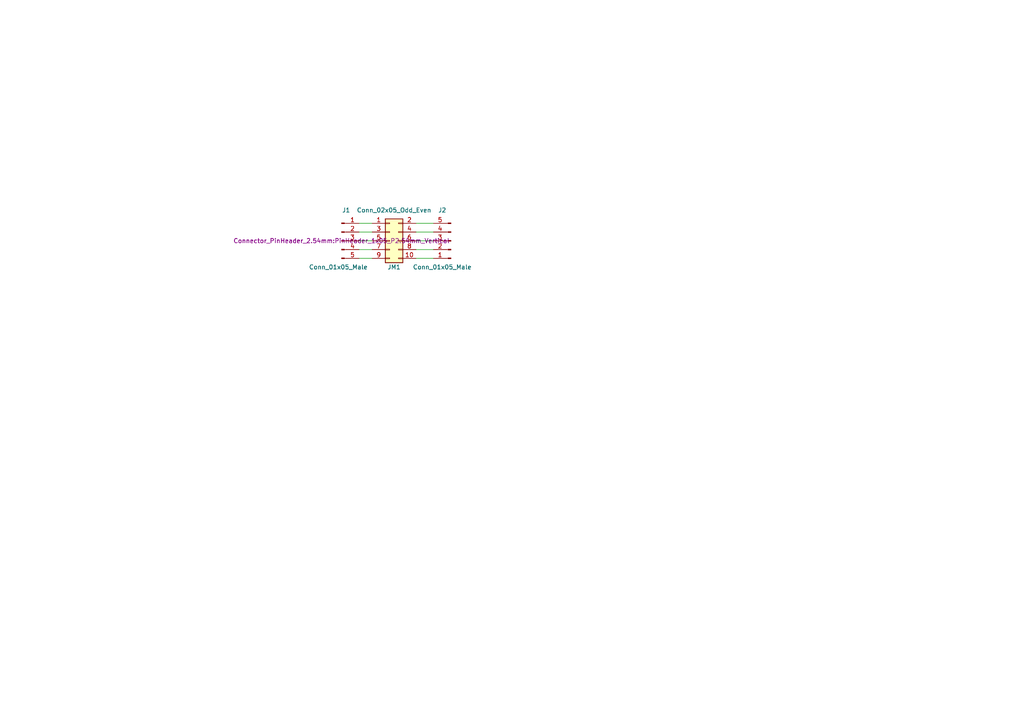
<source format=kicad_sch>
(kicad_sch (version 20211123) (generator eeschema)

  (uuid 33142ab6-091a-4b7e-b80a-47f3531dc28f)

  (paper "A4")

  (lib_symbols
    (symbol "Connector:Conn_01x05_Male" (pin_names (offset 1.016) hide) (in_bom yes) (on_board yes)
      (property "Reference" "J" (id 0) (at 0 7.62 0)
        (effects (font (size 1.27 1.27)))
      )
      (property "Value" "Conn_01x05_Male" (id 1) (at 0 -7.62 0)
        (effects (font (size 1.27 1.27)))
      )
      (property "Footprint" "" (id 2) (at 0 0 0)
        (effects (font (size 1.27 1.27)) hide)
      )
      (property "Datasheet" "~" (id 3) (at 0 0 0)
        (effects (font (size 1.27 1.27)) hide)
      )
      (property "ki_keywords" "connector" (id 4) (at 0 0 0)
        (effects (font (size 1.27 1.27)) hide)
      )
      (property "ki_description" "Generic connector, single row, 01x05, script generated (kicad-library-utils/schlib/autogen/connector/)" (id 5) (at 0 0 0)
        (effects (font (size 1.27 1.27)) hide)
      )
      (property "ki_fp_filters" "Connector*:*_1x??_*" (id 6) (at 0 0 0)
        (effects (font (size 1.27 1.27)) hide)
      )
      (symbol "Conn_01x05_Male_1_1"
        (polyline
          (pts
            (xy 1.27 -5.08)
            (xy 0.8636 -5.08)
          )
          (stroke (width 0.1524) (type default) (color 0 0 0 0))
          (fill (type none))
        )
        (polyline
          (pts
            (xy 1.27 -2.54)
            (xy 0.8636 -2.54)
          )
          (stroke (width 0.1524) (type default) (color 0 0 0 0))
          (fill (type none))
        )
        (polyline
          (pts
            (xy 1.27 0)
            (xy 0.8636 0)
          )
          (stroke (width 0.1524) (type default) (color 0 0 0 0))
          (fill (type none))
        )
        (polyline
          (pts
            (xy 1.27 2.54)
            (xy 0.8636 2.54)
          )
          (stroke (width 0.1524) (type default) (color 0 0 0 0))
          (fill (type none))
        )
        (polyline
          (pts
            (xy 1.27 5.08)
            (xy 0.8636 5.08)
          )
          (stroke (width 0.1524) (type default) (color 0 0 0 0))
          (fill (type none))
        )
        (rectangle (start 0.8636 -4.953) (end 0 -5.207)
          (stroke (width 0.1524) (type default) (color 0 0 0 0))
          (fill (type outline))
        )
        (rectangle (start 0.8636 -2.413) (end 0 -2.667)
          (stroke (width 0.1524) (type default) (color 0 0 0 0))
          (fill (type outline))
        )
        (rectangle (start 0.8636 0.127) (end 0 -0.127)
          (stroke (width 0.1524) (type default) (color 0 0 0 0))
          (fill (type outline))
        )
        (rectangle (start 0.8636 2.667) (end 0 2.413)
          (stroke (width 0.1524) (type default) (color 0 0 0 0))
          (fill (type outline))
        )
        (rectangle (start 0.8636 5.207) (end 0 4.953)
          (stroke (width 0.1524) (type default) (color 0 0 0 0))
          (fill (type outline))
        )
        (pin passive line (at 5.08 5.08 180) (length 3.81)
          (name "Pin_1" (effects (font (size 1.27 1.27))))
          (number "1" (effects (font (size 1.27 1.27))))
        )
        (pin passive line (at 5.08 2.54 180) (length 3.81)
          (name "Pin_2" (effects (font (size 1.27 1.27))))
          (number "2" (effects (font (size 1.27 1.27))))
        )
        (pin passive line (at 5.08 0 180) (length 3.81)
          (name "Pin_3" (effects (font (size 1.27 1.27))))
          (number "3" (effects (font (size 1.27 1.27))))
        )
        (pin passive line (at 5.08 -2.54 180) (length 3.81)
          (name "Pin_4" (effects (font (size 1.27 1.27))))
          (number "4" (effects (font (size 1.27 1.27))))
        )
        (pin passive line (at 5.08 -5.08 180) (length 3.81)
          (name "Pin_5" (effects (font (size 1.27 1.27))))
          (number "5" (effects (font (size 1.27 1.27))))
        )
      )
    )
    (symbol "Connector_Generic:Conn_02x05_Odd_Even" (pin_names (offset 1.016) hide) (in_bom yes) (on_board yes)
      (property "Reference" "J" (id 0) (at 1.27 7.62 0)
        (effects (font (size 1.27 1.27)))
      )
      (property "Value" "Conn_02x05_Odd_Even" (id 1) (at 1.27 -7.62 0)
        (effects (font (size 1.27 1.27)))
      )
      (property "Footprint" "" (id 2) (at 0 0 0)
        (effects (font (size 1.27 1.27)) hide)
      )
      (property "Datasheet" "~" (id 3) (at 0 0 0)
        (effects (font (size 1.27 1.27)) hide)
      )
      (property "ki_keywords" "connector" (id 4) (at 0 0 0)
        (effects (font (size 1.27 1.27)) hide)
      )
      (property "ki_description" "Generic connector, double row, 02x05, odd/even pin numbering scheme (row 1 odd numbers, row 2 even numbers), script generated (kicad-library-utils/schlib/autogen/connector/)" (id 5) (at 0 0 0)
        (effects (font (size 1.27 1.27)) hide)
      )
      (property "ki_fp_filters" "Connector*:*_2x??_*" (id 6) (at 0 0 0)
        (effects (font (size 1.27 1.27)) hide)
      )
      (symbol "Conn_02x05_Odd_Even_1_1"
        (rectangle (start -1.27 -4.953) (end 0 -5.207)
          (stroke (width 0.1524) (type default) (color 0 0 0 0))
          (fill (type none))
        )
        (rectangle (start -1.27 -2.413) (end 0 -2.667)
          (stroke (width 0.1524) (type default) (color 0 0 0 0))
          (fill (type none))
        )
        (rectangle (start -1.27 0.127) (end 0 -0.127)
          (stroke (width 0.1524) (type default) (color 0 0 0 0))
          (fill (type none))
        )
        (rectangle (start -1.27 2.667) (end 0 2.413)
          (stroke (width 0.1524) (type default) (color 0 0 0 0))
          (fill (type none))
        )
        (rectangle (start -1.27 5.207) (end 0 4.953)
          (stroke (width 0.1524) (type default) (color 0 0 0 0))
          (fill (type none))
        )
        (rectangle (start -1.27 6.35) (end 3.81 -6.35)
          (stroke (width 0.254) (type default) (color 0 0 0 0))
          (fill (type background))
        )
        (rectangle (start 3.81 -4.953) (end 2.54 -5.207)
          (stroke (width 0.1524) (type default) (color 0 0 0 0))
          (fill (type none))
        )
        (rectangle (start 3.81 -2.413) (end 2.54 -2.667)
          (stroke (width 0.1524) (type default) (color 0 0 0 0))
          (fill (type none))
        )
        (rectangle (start 3.81 0.127) (end 2.54 -0.127)
          (stroke (width 0.1524) (type default) (color 0 0 0 0))
          (fill (type none))
        )
        (rectangle (start 3.81 2.667) (end 2.54 2.413)
          (stroke (width 0.1524) (type default) (color 0 0 0 0))
          (fill (type none))
        )
        (rectangle (start 3.81 5.207) (end 2.54 4.953)
          (stroke (width 0.1524) (type default) (color 0 0 0 0))
          (fill (type none))
        )
        (pin passive line (at -5.08 5.08 0) (length 3.81)
          (name "Pin_1" (effects (font (size 1.27 1.27))))
          (number "1" (effects (font (size 1.27 1.27))))
        )
        (pin passive line (at 7.62 -5.08 180) (length 3.81)
          (name "Pin_10" (effects (font (size 1.27 1.27))))
          (number "10" (effects (font (size 1.27 1.27))))
        )
        (pin passive line (at 7.62 5.08 180) (length 3.81)
          (name "Pin_2" (effects (font (size 1.27 1.27))))
          (number "2" (effects (font (size 1.27 1.27))))
        )
        (pin passive line (at -5.08 2.54 0) (length 3.81)
          (name "Pin_3" (effects (font (size 1.27 1.27))))
          (number "3" (effects (font (size 1.27 1.27))))
        )
        (pin passive line (at 7.62 2.54 180) (length 3.81)
          (name "Pin_4" (effects (font (size 1.27 1.27))))
          (number "4" (effects (font (size 1.27 1.27))))
        )
        (pin passive line (at -5.08 0 0) (length 3.81)
          (name "Pin_5" (effects (font (size 1.27 1.27))))
          (number "5" (effects (font (size 1.27 1.27))))
        )
        (pin passive line (at 7.62 0 180) (length 3.81)
          (name "Pin_6" (effects (font (size 1.27 1.27))))
          (number "6" (effects (font (size 1.27 1.27))))
        )
        (pin passive line (at -5.08 -2.54 0) (length 3.81)
          (name "Pin_7" (effects (font (size 1.27 1.27))))
          (number "7" (effects (font (size 1.27 1.27))))
        )
        (pin passive line (at 7.62 -2.54 180) (length 3.81)
          (name "Pin_8" (effects (font (size 1.27 1.27))))
          (number "8" (effects (font (size 1.27 1.27))))
        )
        (pin passive line (at -5.08 -5.08 0) (length 3.81)
          (name "Pin_9" (effects (font (size 1.27 1.27))))
          (number "9" (effects (font (size 1.27 1.27))))
        )
      )
    )
  )


  (wire (pts (xy 120.65 72.39) (xy 125.73 72.39))
    (stroke (width 0) (type default) (color 0 0 0 0))
    (uuid 2448f6e2-9872-4aee-ae8e-bea1487c66d2)
  )
  (wire (pts (xy 104.14 69.85) (xy 107.95 69.85))
    (stroke (width 0) (type default) (color 0 0 0 0))
    (uuid 2f968adb-6ee2-41f2-af88-2cfa06a0857f)
  )
  (wire (pts (xy 120.65 67.31) (xy 125.73 67.31))
    (stroke (width 0) (type default) (color 0 0 0 0))
    (uuid 333b02de-2f2e-4f80-8497-5934cb9af2a9)
  )
  (wire (pts (xy 104.14 67.31) (xy 107.95 67.31))
    (stroke (width 0) (type default) (color 0 0 0 0))
    (uuid 35360613-4e46-4b6c-af97-8d81fbcb6208)
  )
  (wire (pts (xy 104.14 64.77) (xy 107.95 64.77))
    (stroke (width 0) (type default) (color 0 0 0 0))
    (uuid 434042e7-13aa-49c4-8775-4e92d0eb1eec)
  )
  (wire (pts (xy 120.65 64.77) (xy 125.73 64.77))
    (stroke (width 0) (type default) (color 0 0 0 0))
    (uuid 4857bb25-44cb-4790-9ebd-2394f9bede67)
  )
  (wire (pts (xy 120.65 69.85) (xy 125.73 69.85))
    (stroke (width 0) (type default) (color 0 0 0 0))
    (uuid 4b615645-bc10-4ef8-87a0-148eadbcceff)
  )
  (wire (pts (xy 104.14 72.39) (xy 107.95 72.39))
    (stroke (width 0) (type default) (color 0 0 0 0))
    (uuid 592be201-c4ba-4fbb-899c-a6b54374bc53)
  )
  (wire (pts (xy 104.14 74.93) (xy 107.95 74.93))
    (stroke (width 0) (type default) (color 0 0 0 0))
    (uuid 66947463-9435-4a98-ab18-d22bd85f28a6)
  )
  (wire (pts (xy 120.65 74.93) (xy 125.73 74.93))
    (stroke (width 0) (type default) (color 0 0 0 0))
    (uuid eeafbe42-ef4a-4494-bf73-9aff1c13fbca)
  )

  (symbol (lib_id "Connector:Conn_01x05_Male") (at 130.81 69.85 180) (unit 1)
    (in_bom yes) (on_board yes)
    (uuid 5a75029f-24c2-4b7b-bf47-c336374ebc47)
    (property "Reference" "J2" (id 0) (at 128.27 60.96 0))
    (property "Value" "Conn_01x05_Male" (id 1) (at 128.27 77.47 0))
    (property "Footprint" "Connector_PinHeader_2.54mm:PinHeader_1x05_P2.54mm_Vertical" (id 2) (at 130.81 69.85 0)
      (effects (font (size 1.27 1.27)) hide)
    )
    (property "Datasheet" "~" (id 3) (at 130.81 69.85 0)
      (effects (font (size 1.27 1.27)) hide)
    )
    (pin "1" (uuid 7c528b04-a601-439f-9f59-ecb2668a4ba8))
    (pin "2" (uuid ccb6a9d3-995a-4537-8b93-97966eeb1384))
    (pin "3" (uuid 068be6bb-48df-46fc-bb97-e5874051fae2))
    (pin "4" (uuid f4135658-b38a-47e4-9de2-6721ce045832))
    (pin "5" (uuid ee148c4c-e8bf-4c02-b391-8a222f7c73e0))
  )

  (symbol (lib_id "Connector:Conn_01x05_Male") (at 99.06 69.85 0) (unit 1)
    (in_bom yes) (on_board yes)
    (uuid 71389dbc-c23b-4d28-8dc8-0a07b229c73d)
    (property "Reference" "J1" (id 0) (at 101.6 60.96 0)
      (effects (font (size 1.27 1.27)) (justify right))
    )
    (property "Value" "Conn_01x05_Male" (id 1) (at 106.68 77.47 0)
      (effects (font (size 1.27 1.27)) (justify right))
    )
    (property "Footprint" "Connector_PinHeader_2.54mm:PinHeader_1x05_P2.54mm_Vertical" (id 2) (at 99.06 69.85 0))
    (property "Datasheet" "~" (id 3) (at 99.06 69.85 0)
      (effects (font (size 1.27 1.27)) hide)
    )
    (pin "1" (uuid 211884d8-c5c2-413e-8781-2e3f7d6c0e76))
    (pin "2" (uuid 7e910863-b79f-4dc5-b23d-ce0530e907c4))
    (pin "3" (uuid 2ddf7286-45b1-46b0-b641-b810f00b0839))
    (pin "4" (uuid e6ba6cd2-299f-488d-b5d9-ee0ebc834b5d))
    (pin "5" (uuid 51088289-6da2-4619-9d8f-c9afbdfe45e7))
  )

  (symbol (lib_id "Connector_Generic:Conn_02x05_Odd_Even") (at 113.03 69.85 0) (unit 1)
    (in_bom yes) (on_board yes)
    (uuid b2fcfa7b-b722-4d68-98cf-9af43eeb4f91)
    (property "Reference" "JM1" (id 0) (at 114.3 77.47 0))
    (property "Value" "Conn_02x05_Odd_Even" (id 1) (at 114.3 60.96 0))
    (property "Footprint" "Connector_PinHeader_1.27mm:PinHeader_2x05_P1.27mm_Vertical_SMD" (id 2) (at 113.03 69.85 0)
      (effects (font (size 1.27 1.27)) hide)
    )
    (property "Datasheet" "~" (id 3) (at 113.03 69.85 0)
      (effects (font (size 1.27 1.27)) hide)
    )
    (pin "1" (uuid 4af9f8b0-7736-4f59-be08-941098a71f2d))
    (pin "10" (uuid 0a39564c-dfb4-4bd5-961b-ef51f90d1989))
    (pin "2" (uuid bc8d10a9-5fe5-4f26-93ea-ba7203990fac))
    (pin "3" (uuid 2efece49-e58c-4aff-a3c1-30bb687a8b09))
    (pin "4" (uuid e9605291-986e-4831-b960-36fbc84a65f3))
    (pin "5" (uuid 734e0f86-c70f-4835-a23e-06363d7d64c3))
    (pin "6" (uuid f09ee398-745b-4703-bbd7-256973c7c1e3))
    (pin "7" (uuid 5082909d-0eb7-49e8-a7ea-00201a0a0b40))
    (pin "8" (uuid 4cf428cd-be2c-4379-9412-c4e36b29eb5b))
    (pin "9" (uuid 99211fa6-7a28-4301-bbcc-2403062503bc))
  )

  (sheet_instances
    (path "/" (page "1"))
  )

  (symbol_instances
    (path "/71389dbc-c23b-4d28-8dc8-0a07b229c73d"
      (reference "J1") (unit 1) (value "Conn_01x05_Male") (footprint "Connector_PinHeader_2.54mm:PinHeader_1x05_P2.54mm_Vertical")
    )
    (path "/5a75029f-24c2-4b7b-bf47-c336374ebc47"
      (reference "J2") (unit 1) (value "Conn_01x05_Male") (footprint "Connector_PinHeader_2.54mm:PinHeader_1x05_P2.54mm_Vertical")
    )
    (path "/b2fcfa7b-b722-4d68-98cf-9af43eeb4f91"
      (reference "JM1") (unit 1) (value "Conn_02x05_Odd_Even") (footprint "Connector_PinHeader_1.27mm:PinHeader_2x05_P1.27mm_Vertical_SMD")
    )
  )
)

</source>
